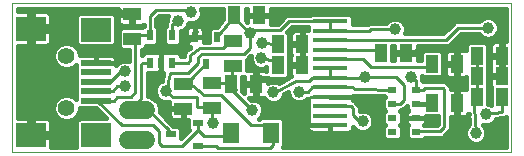
<source format=gbl>
G75*
G70*
%OFA0B0*%
%FSLAX24Y24*%
%IPPOS*%
%LPD*%
%AMOC8*
5,1,8,0,0,1.08239X$1,22.5*
%
%ADD10C,0.0000*%
%ADD11R,0.1181X0.0157*%
%ADD12R,0.0984X0.0787*%
%ADD13R,0.0984X0.0197*%
%ADD14C,0.0554*%
%ADD15R,0.0236X0.0354*%
%ADD16C,0.0600*%
%ADD17R,0.0433X0.0591*%
%ADD18R,0.0591X0.0433*%
%ADD19R,0.0354X0.0236*%
%ADD20R,0.0551X0.0709*%
%ADD21R,0.0315X0.0197*%
%ADD22C,0.0396*%
%ADD23C,0.0100*%
%ADD24C,0.0160*%
%ADD25C,0.0240*%
D10*
X000675Y001220D02*
X000675Y006190D01*
X017307Y006190D01*
X017307Y001220D01*
X000675Y001220D01*
D11*
X011269Y002125D03*
X011269Y002440D03*
X011269Y002755D03*
X011269Y003070D03*
X011269Y003385D03*
X011269Y003700D03*
X011269Y004015D03*
X011269Y004330D03*
X011269Y004645D03*
X011269Y004960D03*
X011269Y005275D03*
X011269Y005590D03*
D12*
X003460Y005302D03*
X001294Y005341D03*
X001294Y001798D03*
X003460Y001798D03*
D13*
X003460Y002940D03*
X003460Y003255D03*
X003460Y003570D03*
X003460Y003884D03*
X003460Y004199D03*
D14*
X002475Y004436D03*
X002475Y002703D03*
D15*
X005257Y004209D03*
X005631Y004209D03*
X006005Y004209D03*
X007121Y004169D03*
X006747Y005074D03*
X006005Y005114D03*
X005257Y005114D03*
X007495Y005074D03*
D16*
X005125Y002620D02*
X004525Y002620D01*
X004525Y001620D02*
X005125Y001620D01*
D17*
X007962Y003500D03*
X008789Y003500D03*
X009512Y004120D03*
X010339Y004120D03*
X010339Y004830D03*
X009512Y004830D03*
X008899Y005780D03*
X008072Y005780D03*
X012962Y004520D03*
X013789Y004520D03*
X014662Y004170D03*
X015489Y004170D03*
X016162Y004440D03*
X016989Y004440D03*
X016989Y003760D03*
X016162Y003760D03*
X016162Y003070D03*
X015489Y002870D03*
X014662Y002870D03*
X016989Y003070D03*
D18*
X008025Y004096D03*
X007325Y003533D03*
X006375Y003503D03*
X007325Y002706D03*
X006375Y002676D03*
X008025Y004923D03*
X004665Y005006D03*
X004665Y005833D03*
D19*
X006870Y002188D03*
X005965Y001814D03*
X006870Y001440D03*
D20*
X007956Y001870D03*
X009295Y001870D03*
D21*
X013341Y001895D03*
X013341Y002368D03*
X013341Y002840D03*
X013341Y003312D03*
X014128Y003312D03*
X014128Y002840D03*
X014128Y002368D03*
X014128Y001895D03*
D22*
X012345Y002250D03*
X011635Y001650D03*
X012305Y002930D03*
X012425Y003720D03*
X013975Y003730D03*
X015715Y004980D03*
X016525Y005370D03*
X015845Y005800D03*
X015165Y005770D03*
X013835Y005660D03*
X013425Y005320D03*
X010225Y003240D03*
X009375Y003220D03*
X008675Y002620D03*
X007375Y002190D03*
X005777Y003258D03*
X004425Y003420D03*
X004425Y003920D03*
X005595Y004700D03*
X006195Y005600D03*
X006625Y005880D03*
X007485Y005670D03*
X008605Y005190D03*
X008995Y004870D03*
X008975Y004370D03*
X009425Y005670D03*
X002525Y005370D03*
X002325Y001610D03*
X016115Y001870D03*
X016465Y002480D03*
D23*
X016979Y002556D01*
X016989Y003070D01*
X016162Y003070D02*
X016162Y003760D01*
X016162Y004440D01*
X015525Y005370D02*
X015125Y004970D01*
X012975Y004970D01*
X012965Y004960D01*
X011269Y004960D01*
X011274Y005270D02*
X011269Y005275D01*
X011269Y005590D01*
X009895Y005590D01*
X009605Y005300D01*
X008705Y005300D01*
X008605Y005190D01*
X008595Y004710D01*
X008395Y004510D01*
X007005Y004510D01*
X006845Y004400D01*
X006845Y004190D01*
X006525Y003870D01*
X005915Y003870D01*
X005855Y003570D01*
X005855Y003336D01*
X005777Y003258D01*
X006015Y003070D01*
X006815Y003070D01*
X006815Y002720D01*
X007312Y002720D01*
X007325Y002706D01*
X007325Y002290D01*
X007375Y002190D01*
X006875Y002183D02*
X006875Y001970D01*
X007075Y001770D01*
X007775Y001770D01*
X007875Y001870D01*
X007875Y001920D01*
X007956Y001870D01*
X008625Y002120D02*
X009145Y002120D01*
X009295Y001870D01*
X009375Y001889D01*
X009375Y001470D01*
X009275Y001370D01*
X007525Y001370D01*
X007465Y001430D01*
X006870Y001440D01*
X006875Y001970D02*
X006325Y001420D01*
X005675Y001420D01*
X005575Y001520D01*
X005575Y001920D01*
X005375Y002120D01*
X004325Y002120D01*
X003505Y002940D01*
X003460Y002940D01*
X004045Y002940D01*
X004175Y003070D01*
X004625Y003070D01*
X004775Y003220D01*
X004775Y004970D01*
X004739Y005006D01*
X004665Y005006D01*
X004775Y004970D02*
X004925Y005120D01*
X005212Y005120D01*
X005257Y005114D01*
X005257Y005761D01*
X005465Y005970D01*
X006465Y005970D01*
X006565Y005880D01*
X006625Y005880D01*
X006195Y005600D02*
X006005Y005479D01*
X006005Y005114D01*
X006315Y004710D02*
X006680Y005074D01*
X006747Y005074D01*
X006817Y005251D01*
X007495Y005074D02*
X008050Y005760D01*
X008072Y005780D01*
X008012Y005733D01*
X008605Y005190D01*
X008995Y004870D02*
X009512Y004830D01*
X009925Y004870D02*
X009925Y003820D01*
X009775Y003670D01*
X009145Y003670D01*
X009375Y003220D02*
X009425Y003220D01*
X010125Y003600D01*
X010565Y003600D01*
X010646Y003700D01*
X011269Y003700D01*
X012406Y003700D01*
X012425Y003720D01*
X013475Y003720D01*
X013725Y003470D01*
X013725Y002970D01*
X013596Y002840D01*
X013341Y002840D01*
X013341Y003312D02*
X012868Y003312D01*
X012775Y003320D01*
X012075Y003320D01*
X012010Y003385D01*
X011269Y003385D01*
X010671Y003385D01*
X010515Y003240D01*
X010225Y003240D01*
X010475Y002920D02*
X010626Y003070D01*
X011269Y003070D01*
X011269Y002755D02*
X011960Y002755D01*
X012035Y002680D01*
X012035Y002460D01*
X012235Y002260D01*
X012345Y002250D01*
X014128Y001895D02*
X014153Y001920D01*
X014925Y001920D01*
X015075Y002070D01*
X015075Y003320D01*
X015025Y003370D01*
X014425Y003370D01*
X014368Y003312D01*
X014128Y003312D01*
X014128Y003616D01*
X013975Y003730D01*
X014525Y004070D02*
X014675Y004220D01*
X014675Y004206D01*
X014662Y004170D01*
X014525Y004070D02*
X012625Y004070D01*
X012365Y004330D01*
X011269Y004330D01*
X011269Y004645D02*
X012760Y004645D01*
X012885Y004520D01*
X012962Y004520D01*
X013789Y004520D02*
X014025Y004520D01*
X014175Y004670D01*
X014675Y004670D01*
X015525Y005370D02*
X016525Y005370D01*
X013425Y005320D02*
X012635Y005320D01*
X012565Y005270D01*
X011274Y005270D01*
X010339Y004830D02*
X009925Y004870D01*
X009412Y004270D02*
X008975Y004370D01*
X009412Y004270D02*
X009512Y004120D01*
X010325Y004220D02*
X010339Y004233D01*
X011269Y004015D02*
X011269Y003700D01*
X008675Y002620D02*
X007989Y003306D01*
X008112Y003306D01*
X008125Y003320D01*
X007989Y003306D02*
X007975Y003306D01*
X007962Y003500D01*
X007749Y003533D01*
X007325Y003533D01*
X007055Y003120D02*
X006702Y003433D01*
X006582Y003460D01*
X006625Y003504D01*
X006625Y003670D01*
X007175Y004220D01*
X007145Y004193D01*
X007121Y004169D01*
X006605Y004290D02*
X006605Y004460D01*
X006925Y004700D01*
X007705Y004700D01*
X007929Y004923D01*
X008025Y004923D01*
X008025Y004096D02*
X007925Y003433D01*
X007962Y003500D01*
X007975Y003383D01*
X007625Y003120D02*
X008625Y002120D01*
X006875Y002183D02*
X006870Y002188D01*
X006775Y002173D01*
X005965Y001814D02*
X005865Y001980D01*
X005275Y002570D01*
X005025Y002570D01*
X004825Y002620D01*
X004825Y002870D01*
X004975Y003020D01*
X004975Y004170D01*
X005015Y004209D01*
X005257Y004209D01*
X005595Y004205D02*
X005595Y003950D01*
X005315Y003670D01*
X005315Y003150D01*
X005789Y002676D01*
X006375Y002676D01*
X007055Y003120D02*
X007625Y003120D01*
X006582Y003460D02*
X006375Y003503D01*
X006525Y004209D02*
X006005Y004209D01*
X005631Y004209D02*
X005595Y004205D01*
X005631Y004209D02*
X005591Y004635D01*
X005625Y004670D01*
X006525Y004209D02*
X006605Y004290D01*
X004425Y003920D02*
X004375Y003870D01*
X004225Y003870D01*
X003925Y003570D01*
X003460Y003570D01*
X003460Y003255D02*
X004010Y003255D01*
X004175Y003420D01*
X004425Y003420D01*
X016015Y002900D02*
X016025Y003156D01*
X016162Y003070D01*
X016015Y002900D02*
X016075Y002720D01*
X016115Y001870D01*
D24*
X015787Y002012D02*
X015285Y002012D01*
X015285Y001983D02*
X015285Y002156D01*
X015285Y002394D01*
X015460Y002394D01*
X015460Y002841D01*
X015517Y002841D01*
X015517Y002394D01*
X015729Y002394D01*
X015775Y002407D01*
X015816Y002430D01*
X015849Y002464D01*
X015873Y002505D01*
X015875Y002512D01*
X015892Y002152D01*
X015812Y002072D01*
X015757Y001941D01*
X015757Y001798D01*
X015812Y001667D01*
X015912Y001566D01*
X016044Y001511D01*
X016186Y001511D01*
X016318Y001566D01*
X016419Y001667D01*
X016473Y001798D01*
X016473Y001941D01*
X016419Y002072D01*
X016353Y002139D01*
X016394Y002121D01*
X016536Y002121D01*
X016668Y002176D01*
X016769Y002277D01*
X016785Y002315D01*
X016992Y002346D01*
X017062Y002344D01*
X017076Y002358D01*
X017096Y002361D01*
X017127Y002404D01*
X017127Y001399D01*
X009681Y001399D01*
X009730Y001449D01*
X009730Y002290D01*
X009636Y002384D01*
X008953Y002384D01*
X008898Y002329D01*
X008892Y002329D01*
X008979Y002417D01*
X009033Y002548D01*
X009033Y002691D01*
X008979Y002822D01*
X008878Y002923D01*
X008746Y002978D01*
X008614Y002978D01*
X008567Y003024D01*
X008760Y003024D01*
X008760Y003471D01*
X008392Y003471D01*
X008392Y003200D01*
X008338Y003253D01*
X008338Y003720D01*
X008387Y003720D01*
X008392Y003725D01*
X008392Y003528D01*
X008760Y003528D01*
X008760Y003471D01*
X008817Y003471D01*
X008817Y003024D01*
X009029Y003024D01*
X009065Y003034D01*
X009072Y003017D01*
X009172Y002916D01*
X009304Y002861D01*
X009446Y002861D01*
X009578Y002916D01*
X009679Y003017D01*
X009733Y003148D01*
X009867Y003220D01*
X009867Y003168D01*
X009922Y003037D01*
X010022Y002936D01*
X010154Y002881D01*
X010296Y002881D01*
X010428Y002936D01*
X010498Y003006D01*
X010498Y002967D01*
X010511Y002922D01*
X010521Y002903D01*
X010518Y002900D01*
X010518Y002610D01*
X010531Y002597D01*
X010518Y002585D01*
X010518Y002295D01*
X010521Y002292D01*
X010511Y002273D01*
X010498Y002227D01*
X010498Y002125D01*
X010498Y002023D01*
X010511Y001977D01*
X010534Y001936D01*
X010568Y001902D01*
X010609Y001879D01*
X010655Y001866D01*
X011269Y001866D01*
X011883Y001866D01*
X011929Y001879D01*
X011970Y001902D01*
X012004Y001936D01*
X012027Y001977D01*
X012039Y002023D01*
X012039Y002052D01*
X012042Y002047D01*
X012142Y001946D01*
X012274Y001891D01*
X012416Y001891D01*
X012548Y001946D01*
X012649Y002047D01*
X012703Y002178D01*
X012703Y002321D01*
X012649Y002452D01*
X012548Y002553D01*
X012416Y002608D01*
X012274Y002608D01*
X012245Y002596D01*
X012245Y002766D01*
X012170Y002842D01*
X012047Y002965D01*
X012039Y002965D01*
X012039Y002967D01*
X012039Y003070D01*
X012039Y003110D01*
X012162Y003110D01*
X012767Y003110D01*
X012775Y003109D01*
X012781Y003102D01*
X012860Y003102D01*
X012939Y003096D01*
X012946Y003102D01*
X013069Y003102D01*
X013095Y003076D01*
X013024Y003005D01*
X013024Y002675D01*
X013095Y002604D01*
X013024Y002532D01*
X013024Y002203D01*
X013095Y002131D01*
X013024Y002060D01*
X013024Y001730D01*
X013117Y001637D01*
X013565Y001637D01*
X013658Y001730D01*
X013658Y002060D01*
X013587Y002131D01*
X013658Y002203D01*
X013658Y002532D01*
X013587Y002604D01*
X013613Y002630D01*
X013683Y002630D01*
X013811Y002758D01*
X013811Y002675D01*
X013870Y002616D01*
X013860Y002610D01*
X013827Y002576D01*
X013803Y002535D01*
X013791Y002490D01*
X013791Y002368D01*
X014128Y002368D01*
X014128Y002367D01*
X013791Y002367D01*
X013791Y002245D01*
X013803Y002200D01*
X013827Y002159D01*
X013860Y002125D01*
X013870Y002119D01*
X013811Y002060D01*
X013811Y001730D01*
X013905Y001637D01*
X014352Y001637D01*
X014425Y001710D01*
X015012Y001710D01*
X015135Y001833D01*
X015285Y001983D01*
X015285Y002171D02*
X015891Y002171D01*
X015883Y002329D02*
X015285Y002329D01*
X015460Y002488D02*
X015517Y002488D01*
X015517Y002646D02*
X015460Y002646D01*
X015460Y002805D02*
X015517Y002805D01*
X015517Y002898D02*
X015460Y002898D01*
X015460Y003345D01*
X015285Y003345D01*
X015285Y003406D01*
X015162Y003529D01*
X015112Y003579D01*
X014938Y003579D01*
X014346Y003579D01*
X014338Y003632D01*
X014338Y003703D01*
X014333Y003708D01*
X014333Y003760D01*
X014379Y003714D01*
X014945Y003714D01*
X015038Y003808D01*
X015038Y004531D01*
X014945Y004625D01*
X014379Y004625D01*
X014285Y004531D01*
X014285Y004279D01*
X014185Y004279D01*
X014185Y004491D01*
X013817Y004491D01*
X013817Y004548D01*
X014185Y004548D01*
X014185Y004760D01*
X015038Y004760D01*
X015212Y004760D01*
X015612Y005160D01*
X016229Y005160D01*
X016322Y005066D01*
X016454Y005011D01*
X016596Y005011D01*
X016728Y005066D01*
X016829Y005167D01*
X016883Y005298D01*
X016883Y005441D01*
X016829Y005572D01*
X016728Y005673D01*
X016596Y005728D01*
X016454Y005728D01*
X016322Y005673D01*
X016229Y005579D01*
X015438Y005579D01*
X015315Y005456D01*
X015038Y005179D01*
X013755Y005179D01*
X013783Y005248D01*
X013783Y005391D01*
X013729Y005522D01*
X013628Y005623D01*
X013496Y005678D01*
X013354Y005678D01*
X013222Y005623D01*
X013129Y005529D01*
X012653Y005529D01*
X012584Y005541D01*
X012568Y005529D01*
X012548Y005529D01*
X012499Y005480D01*
X012498Y005479D01*
X012019Y005479D01*
X012019Y005735D01*
X011926Y005828D01*
X010612Y005828D01*
X010583Y005800D01*
X009982Y005800D01*
X009808Y005800D01*
X009518Y005509D01*
X009295Y005509D01*
X009295Y005751D01*
X008927Y005751D01*
X008927Y005808D01*
X009295Y005808D01*
X009295Y006010D01*
X017127Y006010D01*
X017127Y004915D01*
X017017Y004915D01*
X017017Y004468D01*
X016960Y004468D01*
X016960Y004411D01*
X016592Y004411D01*
X016592Y004121D01*
X016598Y004099D01*
X016592Y004079D01*
X016592Y003788D01*
X016960Y003788D01*
X016960Y003731D01*
X016592Y003731D01*
X016592Y003441D01*
X016604Y003395D01*
X016612Y003381D01*
X016612Y002806D01*
X016538Y002837D01*
X016538Y003431D01*
X016538Y004078D01*
X016538Y004801D01*
X016445Y004895D01*
X015879Y004895D01*
X015785Y004801D01*
X015785Y004626D01*
X015775Y004632D01*
X015729Y004645D01*
X015517Y004645D01*
X015517Y004198D01*
X015460Y004198D01*
X015460Y004141D01*
X015092Y004141D01*
X015092Y003851D01*
X015104Y003805D01*
X015128Y003764D01*
X015162Y003730D01*
X015203Y003707D01*
X015248Y003694D01*
X015460Y003694D01*
X015460Y004141D01*
X015517Y004141D01*
X015517Y003694D01*
X015729Y003694D01*
X015775Y003707D01*
X015785Y003713D01*
X015785Y003431D01*
X015785Y003326D01*
X015775Y003332D01*
X015729Y003345D01*
X015517Y003345D01*
X015517Y002898D01*
X015517Y002964D02*
X015460Y002964D01*
X015460Y003122D02*
X015517Y003122D01*
X015517Y003281D02*
X015460Y003281D01*
X015253Y003439D02*
X015785Y003439D01*
X015785Y003598D02*
X014344Y003598D01*
X014333Y003756D02*
X014337Y003756D01*
X014987Y003756D02*
X015136Y003756D01*
X015092Y003915D02*
X015038Y003915D01*
X015038Y004073D02*
X015092Y004073D01*
X015092Y004198D02*
X015460Y004198D01*
X015460Y004645D01*
X015248Y004645D01*
X015203Y004632D01*
X015162Y004609D01*
X015128Y004575D01*
X015104Y004534D01*
X015092Y004489D01*
X015092Y004198D01*
X015092Y004232D02*
X015038Y004232D01*
X015038Y004390D02*
X015092Y004390D01*
X015113Y004549D02*
X015021Y004549D01*
X015319Y004866D02*
X015850Y004866D01*
X015785Y004707D02*
X014185Y004707D01*
X014185Y004549D02*
X014303Y004549D01*
X014285Y004390D02*
X014185Y004390D01*
X013760Y004491D02*
X013392Y004491D01*
X013392Y004279D01*
X013338Y004279D01*
X013338Y004760D01*
X013392Y004760D01*
X013392Y004548D01*
X013760Y004548D01*
X013760Y004491D01*
X013392Y004549D02*
X013338Y004549D01*
X013338Y004390D02*
X013392Y004390D01*
X013392Y004707D02*
X013338Y004707D01*
X013756Y005183D02*
X015042Y005183D01*
X015200Y005342D02*
X013783Y005342D01*
X013738Y005500D02*
X015359Y005500D01*
X015477Y005025D02*
X016422Y005025D01*
X016628Y005025D02*
X017127Y005025D01*
X016960Y004915D02*
X016748Y004915D01*
X016703Y004902D01*
X016662Y004879D01*
X016628Y004845D01*
X016604Y004804D01*
X016592Y004759D01*
X016592Y004468D01*
X016960Y004468D01*
X016960Y004915D01*
X016960Y004866D02*
X017017Y004866D01*
X017017Y004707D02*
X016960Y004707D01*
X016649Y004866D02*
X016473Y004866D01*
X016538Y004707D02*
X016592Y004707D01*
X016592Y004549D02*
X016538Y004549D01*
X016538Y004390D02*
X016592Y004390D01*
X016960Y004390D02*
X017017Y004390D01*
X017017Y004411D02*
X017017Y003964D01*
X017017Y003788D01*
X016960Y003788D01*
X016960Y003964D01*
X016960Y004411D01*
X017017Y004411D01*
X017017Y004549D02*
X016960Y004549D01*
X016960Y004232D02*
X017017Y004232D01*
X017017Y004073D02*
X016960Y004073D01*
X016592Y004073D02*
X016538Y004073D01*
X016538Y004232D02*
X016592Y004232D01*
X016592Y003915D02*
X016538Y003915D01*
X016538Y003756D02*
X016960Y003756D01*
X016960Y003915D02*
X017017Y003915D01*
X016592Y003598D02*
X016538Y003598D01*
X016538Y003439D02*
X016592Y003439D01*
X016612Y003281D02*
X016538Y003281D01*
X016538Y003122D02*
X016612Y003122D01*
X016612Y002964D02*
X016538Y002964D01*
X015876Y002488D02*
X015863Y002488D01*
X016656Y002171D02*
X017127Y002171D01*
X017127Y002012D02*
X016444Y002012D01*
X016473Y001854D02*
X017127Y001854D01*
X017127Y001695D02*
X016431Y001695D01*
X016247Y001537D02*
X017127Y001537D01*
X015983Y001537D02*
X009730Y001537D01*
X009730Y001695D02*
X013059Y001695D01*
X013024Y001854D02*
X009730Y001854D01*
X009730Y002012D02*
X010501Y002012D01*
X010498Y002125D02*
X011269Y002125D01*
X011269Y001866D01*
X011269Y002125D01*
X011269Y002125D01*
X011269Y002125D01*
X010498Y002125D01*
X010498Y002171D02*
X009730Y002171D01*
X009691Y002329D02*
X010518Y002329D01*
X010518Y002488D02*
X009008Y002488D01*
X009033Y002646D02*
X010518Y002646D01*
X010518Y002805D02*
X008986Y002805D01*
X009125Y002964D02*
X008781Y002964D01*
X008760Y003122D02*
X008817Y003122D01*
X008817Y003281D02*
X008760Y003281D01*
X008392Y003281D02*
X008338Y003281D01*
X008338Y003439D02*
X008392Y003439D01*
X008392Y003598D02*
X008338Y003598D01*
X008760Y003598D02*
X008817Y003598D01*
X008817Y003528D02*
X008760Y003528D01*
X008760Y003975D01*
X008548Y003975D01*
X008503Y003962D01*
X008481Y003950D01*
X008481Y004300D01*
X008482Y004300D01*
X008605Y004423D01*
X008617Y004434D01*
X008617Y004298D01*
X008672Y004167D01*
X008772Y004066D01*
X008904Y004011D01*
X009046Y004011D01*
X009135Y004048D01*
X009135Y003919D01*
X009116Y003939D01*
X009075Y003962D01*
X009029Y003975D01*
X008817Y003975D01*
X008817Y003528D01*
X008817Y003439D02*
X008760Y003439D01*
X008760Y003756D02*
X008817Y003756D01*
X008817Y003915D02*
X008760Y003915D01*
X008765Y004073D02*
X008481Y004073D01*
X008481Y004232D02*
X008645Y004232D01*
X008617Y004390D02*
X008573Y004390D01*
X008605Y004423D02*
X008605Y004423D01*
X009888Y004390D02*
X009942Y004390D01*
X009942Y004439D02*
X009942Y004148D01*
X010310Y004148D01*
X010310Y004091D01*
X009942Y004091D01*
X009942Y003801D01*
X009954Y003755D01*
X009958Y003748D01*
X009559Y003531D01*
X009446Y003578D01*
X009304Y003578D01*
X009185Y003528D01*
X009185Y003708D01*
X009229Y003664D01*
X009795Y003664D01*
X009888Y003758D01*
X009888Y004481D01*
X009888Y005191D01*
X009841Y005238D01*
X009982Y005380D01*
X010518Y005380D01*
X010518Y005305D01*
X010367Y005305D01*
X010367Y004858D01*
X010310Y004858D01*
X010310Y004801D01*
X009942Y004801D01*
X009942Y004511D01*
X009952Y004475D01*
X009942Y004439D01*
X009942Y004549D02*
X009888Y004549D01*
X009888Y004707D02*
X009942Y004707D01*
X009942Y004858D02*
X010310Y004858D01*
X010310Y005305D01*
X010098Y005305D01*
X010053Y005292D01*
X010012Y005269D01*
X009978Y005235D01*
X009954Y005194D01*
X009942Y005149D01*
X009942Y004858D01*
X009942Y004866D02*
X009888Y004866D01*
X009888Y005025D02*
X009942Y005025D01*
X009951Y005183D02*
X009888Y005183D01*
X009944Y005342D02*
X010518Y005342D01*
X010367Y005183D02*
X010310Y005183D01*
X010310Y005025D02*
X010367Y005025D01*
X010367Y004866D02*
X010310Y004866D01*
X010310Y004801D02*
X010367Y004801D01*
X010367Y004595D01*
X010367Y004148D01*
X010310Y004148D01*
X010310Y004595D01*
X010310Y004801D01*
X010310Y004707D02*
X010367Y004707D01*
X010367Y004549D02*
X010310Y004549D01*
X010310Y004390D02*
X010367Y004390D01*
X010367Y004232D02*
X010310Y004232D01*
X009942Y004232D02*
X009888Y004232D01*
X009888Y004073D02*
X009942Y004073D01*
X009942Y003915D02*
X009888Y003915D01*
X009887Y003756D02*
X009954Y003756D01*
X009682Y003598D02*
X009185Y003598D01*
X009722Y003122D02*
X009886Y003122D01*
X009995Y002964D02*
X009626Y002964D01*
X010456Y002964D02*
X010499Y002964D01*
X011269Y003070D02*
X011269Y003070D01*
X012039Y003070D01*
X011269Y003070D01*
X012048Y002964D02*
X013024Y002964D01*
X013024Y002805D02*
X012207Y002805D01*
X012170Y002842D02*
X012170Y002842D01*
X012245Y002646D02*
X013052Y002646D01*
X013024Y002488D02*
X012613Y002488D01*
X012700Y002329D02*
X013024Y002329D01*
X013056Y002171D02*
X012700Y002171D01*
X012614Y002012D02*
X013024Y002012D01*
X013626Y002171D02*
X013820Y002171D01*
X013811Y002012D02*
X013658Y002012D01*
X013658Y001854D02*
X013811Y001854D01*
X013846Y001695D02*
X013623Y001695D01*
X014411Y001695D02*
X015800Y001695D01*
X015757Y001854D02*
X015156Y001854D01*
X014865Y002156D02*
X014838Y002129D01*
X014401Y002129D01*
X014430Y002159D01*
X014454Y002200D01*
X014466Y002245D01*
X014466Y002367D01*
X014129Y002367D01*
X014129Y002368D01*
X014466Y002368D01*
X014466Y002414D01*
X014865Y002414D01*
X014865Y002156D01*
X014865Y002171D02*
X014437Y002171D01*
X014466Y002329D02*
X014865Y002329D01*
X014662Y002840D02*
X014128Y002840D01*
X013840Y002646D02*
X013699Y002646D01*
X013658Y002488D02*
X013791Y002488D01*
X013791Y002329D02*
X013658Y002329D01*
X014662Y002840D02*
X014662Y002870D01*
X015460Y003756D02*
X015517Y003756D01*
X015517Y003915D02*
X015460Y003915D01*
X015460Y004073D02*
X015517Y004073D01*
X015517Y004232D02*
X015460Y004232D01*
X015460Y004390D02*
X015517Y004390D01*
X015517Y004549D02*
X015460Y004549D01*
X016836Y005183D02*
X017127Y005183D01*
X017127Y005342D02*
X016883Y005342D01*
X016859Y005500D02*
X017127Y005500D01*
X017127Y005659D02*
X016742Y005659D01*
X017127Y005817D02*
X011937Y005817D01*
X012019Y005659D02*
X013309Y005659D01*
X013542Y005659D02*
X016308Y005659D01*
X017127Y005976D02*
X009295Y005976D01*
X009295Y005817D02*
X010601Y005817D01*
X009668Y005659D02*
X009295Y005659D01*
X008870Y005751D02*
X008870Y005808D01*
X008502Y005808D01*
X008502Y006010D01*
X008448Y006010D01*
X008448Y005618D01*
X008502Y005569D01*
X008502Y005751D01*
X008870Y005751D01*
X008502Y005817D02*
X008448Y005817D01*
X008448Y005976D02*
X008502Y005976D01*
X008502Y005659D02*
X008448Y005659D01*
X007695Y005655D02*
X007695Y006010D01*
X006959Y006010D01*
X006983Y005951D01*
X006983Y005808D01*
X006929Y005677D01*
X006828Y005576D01*
X006696Y005521D01*
X006554Y005521D01*
X006551Y005523D01*
X006499Y005397D01*
X006398Y005296D01*
X006283Y005248D01*
X006283Y004871D01*
X006189Y004777D01*
X005821Y004777D01*
X005727Y004871D01*
X005727Y005358D01*
X005792Y005423D01*
X005781Y005441D01*
X005795Y005503D01*
X005795Y005566D01*
X005814Y005585D01*
X005819Y005610D01*
X005837Y005622D01*
X005837Y005671D01*
X005874Y005760D01*
X005552Y005760D01*
X005467Y005674D01*
X005467Y005426D01*
X005535Y005358D01*
X005535Y004871D01*
X005441Y004777D01*
X005121Y004777D01*
X005121Y004723D01*
X005027Y004630D01*
X004985Y004630D01*
X004985Y004459D01*
X005073Y004546D01*
X005430Y004546D01*
X005443Y004554D01*
X005489Y004566D01*
X005631Y004566D01*
X005631Y004209D01*
X005631Y004209D01*
X005631Y004566D01*
X005773Y004566D01*
X005819Y004554D01*
X005832Y004546D01*
X006189Y004546D01*
X006283Y004452D01*
X006283Y004419D01*
X006387Y004419D01*
X006395Y004474D01*
X006395Y004546D01*
X006407Y004559D01*
X006410Y004575D01*
X006467Y004619D01*
X006518Y004669D01*
X006535Y004669D01*
X006601Y004719D01*
X006559Y004730D01*
X006518Y004753D01*
X006485Y004787D01*
X006461Y004828D01*
X006449Y004874D01*
X006449Y005074D01*
X006747Y005074D01*
X006747Y005075D01*
X006747Y005075D01*
X006747Y005432D01*
X006889Y005432D01*
X006935Y005419D01*
X006976Y005396D01*
X007009Y005362D01*
X007033Y005321D01*
X007045Y005275D01*
X007045Y005075D01*
X006747Y005075D01*
X006747Y005432D01*
X006605Y005432D01*
X006559Y005419D01*
X006518Y005396D01*
X006485Y005362D01*
X006461Y005321D01*
X006449Y005275D01*
X006449Y005075D01*
X006747Y005075D01*
X006747Y005074D01*
X007045Y005074D01*
X007045Y004909D01*
X007217Y004909D01*
X007217Y005318D01*
X007311Y005412D01*
X007498Y005412D01*
X007695Y005655D01*
X007695Y005659D02*
X006911Y005659D01*
X006983Y005817D02*
X007695Y005817D01*
X007695Y005976D02*
X006973Y005976D01*
X006542Y005500D02*
X007570Y005500D01*
X007241Y005342D02*
X007021Y005342D01*
X007045Y005183D02*
X007217Y005183D01*
X007217Y005025D02*
X007045Y005025D01*
X006747Y005183D02*
X006747Y005183D01*
X006747Y005342D02*
X006747Y005342D01*
X006473Y005342D02*
X006444Y005342D01*
X006449Y005183D02*
X006283Y005183D01*
X006283Y005025D02*
X006449Y005025D01*
X006451Y004866D02*
X006278Y004866D01*
X006586Y004707D02*
X005105Y004707D01*
X004985Y004549D02*
X005435Y004549D01*
X005631Y004549D02*
X005631Y004549D01*
X005631Y004390D02*
X005631Y004390D01*
X005827Y004549D02*
X006398Y004549D01*
X005732Y004866D02*
X005530Y004866D01*
X005535Y005025D02*
X005727Y005025D01*
X005727Y005183D02*
X005535Y005183D01*
X005535Y005342D02*
X005727Y005342D01*
X005795Y005500D02*
X005467Y005500D01*
X005467Y005659D02*
X005837Y005659D01*
X005047Y005459D02*
X005047Y005426D01*
X005004Y005383D01*
X004304Y005383D01*
X004210Y005289D01*
X004210Y004723D01*
X004304Y004630D01*
X004565Y004630D01*
X004565Y004249D01*
X004496Y004278D01*
X004354Y004278D01*
X004222Y004223D01*
X004132Y004132D01*
X004132Y004199D01*
X003460Y004199D01*
X003460Y004200D01*
X003459Y004200D01*
X003459Y004478D01*
X002944Y004478D01*
X002912Y004469D01*
X002912Y004523D01*
X002846Y004683D01*
X002723Y004806D01*
X002562Y004873D01*
X002388Y004873D01*
X002228Y004806D01*
X002105Y004683D01*
X002038Y004523D01*
X002038Y004349D01*
X002105Y004188D01*
X002228Y004065D01*
X002388Y003999D01*
X002562Y003999D01*
X002723Y004065D01*
X002787Y004130D01*
X002787Y004077D01*
X002800Y004032D01*
X002807Y004018D01*
X002807Y003734D01*
X002807Y003405D01*
X002807Y003104D01*
X002807Y002989D01*
X002723Y003074D01*
X002562Y003141D01*
X002388Y003141D01*
X002228Y003074D01*
X002105Y002951D01*
X002038Y002790D01*
X002038Y002616D01*
X002105Y002456D01*
X002228Y002333D01*
X002388Y002266D01*
X002562Y002266D01*
X002723Y002333D01*
X002846Y002456D01*
X002912Y002616D01*
X002912Y002681D01*
X003467Y002681D01*
X003796Y002352D01*
X002901Y002352D01*
X002807Y002258D01*
X002807Y001399D01*
X001966Y001399D01*
X001966Y001718D01*
X001374Y001718D01*
X001374Y001878D01*
X001214Y001878D01*
X001214Y002372D01*
X000855Y002372D01*
X000855Y004767D01*
X001214Y004767D01*
X001214Y005261D01*
X001374Y005261D01*
X001374Y004767D01*
X001810Y004767D01*
X001856Y004780D01*
X001897Y004803D01*
X001930Y004837D01*
X001954Y004878D01*
X001966Y004924D01*
X001966Y005261D01*
X001374Y005261D01*
X001374Y005421D01*
X001966Y005421D01*
X001966Y005759D01*
X001954Y005804D01*
X001930Y005845D01*
X001897Y005879D01*
X001856Y005903D01*
X001810Y005915D01*
X001374Y005915D01*
X001374Y005421D01*
X001214Y005421D01*
X001214Y005915D01*
X000855Y005915D01*
X000855Y006010D01*
X004190Y006010D01*
X004190Y005861D01*
X004637Y005861D01*
X004637Y005805D01*
X004190Y005805D01*
X004190Y005593D01*
X004202Y005547D01*
X004226Y005506D01*
X004259Y005472D01*
X004301Y005449D01*
X004346Y005436D01*
X004637Y005436D01*
X004637Y005804D01*
X004694Y005804D01*
X004694Y005436D01*
X004984Y005436D01*
X005030Y005449D01*
X005047Y005459D01*
X004694Y005500D02*
X004637Y005500D01*
X004637Y005659D02*
X004694Y005659D01*
X004637Y005817D02*
X004056Y005817D01*
X004018Y005855D02*
X002901Y005855D01*
X002807Y005762D01*
X002807Y004842D01*
X002901Y004748D01*
X004018Y004748D01*
X004112Y004842D01*
X004112Y005762D01*
X004018Y005855D01*
X003955Y005960D02*
X004215Y005960D01*
X004342Y005833D01*
X004665Y005833D01*
X004190Y005976D02*
X000855Y005976D01*
X001214Y005817D02*
X001374Y005817D01*
X001374Y005659D02*
X001214Y005659D01*
X001214Y005500D02*
X001374Y005500D01*
X001374Y005342D02*
X002807Y005342D01*
X002807Y005183D02*
X001966Y005183D01*
X001966Y005025D02*
X002807Y005025D01*
X002807Y004866D02*
X002579Y004866D01*
X002372Y004866D02*
X001947Y004866D01*
X002129Y004707D02*
X000855Y004707D01*
X000855Y004549D02*
X002049Y004549D01*
X002038Y004390D02*
X000855Y004390D01*
X000855Y004232D02*
X002086Y004232D01*
X002219Y004073D02*
X000855Y004073D01*
X000855Y003915D02*
X002807Y003915D01*
X002807Y003756D02*
X000855Y003756D01*
X000855Y003598D02*
X002807Y003598D01*
X002807Y003439D02*
X000855Y003439D01*
X000855Y003281D02*
X002807Y003281D01*
X002807Y003122D02*
X002607Y003122D01*
X002344Y003122D02*
X000855Y003122D01*
X000855Y002964D02*
X002117Y002964D01*
X002044Y002805D02*
X000855Y002805D01*
X000855Y002646D02*
X002038Y002646D01*
X002091Y002488D02*
X000855Y002488D01*
X001214Y002329D02*
X001374Y002329D01*
X001374Y002372D02*
X001374Y001878D01*
X001966Y001878D01*
X001966Y002215D01*
X001954Y002261D01*
X001930Y002302D01*
X001897Y002336D01*
X001856Y002359D01*
X001810Y002372D01*
X001374Y002372D01*
X001374Y002171D02*
X001214Y002171D01*
X001214Y002012D02*
X001374Y002012D01*
X001374Y001854D02*
X002807Y001854D01*
X002807Y001695D02*
X001966Y001695D01*
X001966Y001537D02*
X002807Y001537D01*
X002807Y002012D02*
X001966Y002012D01*
X001966Y002171D02*
X002807Y002171D01*
X002879Y002329D02*
X002715Y002329D01*
X002859Y002488D02*
X003660Y002488D01*
X003501Y002646D02*
X002912Y002646D01*
X002236Y002329D02*
X001903Y002329D01*
X002731Y004073D02*
X002788Y004073D01*
X002902Y004549D02*
X004565Y004549D01*
X004565Y004390D02*
X004106Y004390D01*
X004096Y004408D02*
X004062Y004442D01*
X004021Y004466D01*
X003975Y004478D01*
X003460Y004478D01*
X003460Y004200D01*
X004132Y004200D01*
X004132Y004322D01*
X004119Y004367D01*
X004096Y004408D01*
X004132Y004232D02*
X004244Y004232D01*
X003460Y004232D02*
X003459Y004232D01*
X003459Y004390D02*
X003460Y004390D01*
X002822Y004707D02*
X004226Y004707D01*
X004210Y004866D02*
X004112Y004866D01*
X004112Y005025D02*
X004210Y005025D01*
X004210Y005183D02*
X004112Y005183D01*
X004112Y005342D02*
X004263Y005342D01*
X004232Y005500D02*
X004112Y005500D01*
X004112Y005659D02*
X004190Y005659D01*
X002863Y005817D02*
X001947Y005817D01*
X001966Y005659D02*
X002807Y005659D01*
X002807Y005500D02*
X001966Y005500D01*
X001374Y005183D02*
X001214Y005183D01*
X001214Y005025D02*
X001374Y005025D01*
X001374Y004866D02*
X001214Y004866D01*
X005185Y003872D02*
X005185Y003106D01*
X005185Y003079D01*
X005217Y003079D01*
X005386Y003009D01*
X005515Y002880D01*
X005585Y002711D01*
X005585Y002556D01*
X005972Y002170D01*
X006000Y002163D01*
X006031Y002110D01*
X006050Y002092D01*
X006208Y002092D01*
X006302Y001998D01*
X006302Y001693D01*
X006573Y001964D01*
X006533Y002003D01*
X006533Y002280D01*
X006404Y002280D01*
X006404Y002648D01*
X006347Y002648D01*
X005900Y002648D01*
X005900Y002436D01*
X005912Y002390D01*
X005936Y002349D01*
X005969Y002316D01*
X006011Y002292D01*
X006056Y002280D01*
X006347Y002280D01*
X006347Y002648D01*
X006347Y002704D01*
X005900Y002704D01*
X005900Y002888D01*
X005876Y002911D01*
X005848Y002900D01*
X005706Y002900D01*
X005574Y002954D01*
X005474Y003055D01*
X005419Y003186D01*
X005419Y003329D01*
X005474Y003461D01*
X005574Y003561D01*
X005645Y003591D01*
X005645Y003656D01*
X005662Y003673D01*
X005698Y003852D01*
X005631Y003852D01*
X005631Y004208D01*
X005631Y004208D01*
X005631Y003852D01*
X005489Y003852D01*
X005443Y003864D01*
X005430Y003872D01*
X005185Y003872D01*
X005185Y003756D02*
X005679Y003756D01*
X005631Y003915D02*
X005631Y003915D01*
X005631Y004073D02*
X005631Y004073D01*
X005631Y004232D02*
X005631Y004232D01*
X005645Y003598D02*
X005185Y003598D01*
X005185Y003439D02*
X005465Y003439D01*
X005419Y003281D02*
X005185Y003281D01*
X005185Y003122D02*
X005446Y003122D01*
X005432Y002964D02*
X005565Y002964D01*
X005546Y002805D02*
X005900Y002805D01*
X005900Y002646D02*
X005585Y002646D01*
X005654Y002488D02*
X005900Y002488D01*
X005956Y002329D02*
X005812Y002329D01*
X005971Y002171D02*
X006533Y002171D01*
X006533Y002012D02*
X006288Y002012D01*
X006302Y001854D02*
X006463Y001854D01*
X006304Y001695D02*
X006302Y001695D01*
X006347Y002329D02*
X006404Y002329D01*
X006404Y002488D02*
X006347Y002488D01*
X006347Y002646D02*
X006404Y002646D01*
X011269Y002012D02*
X011269Y002012D01*
X012037Y002012D02*
X012076Y002012D01*
X016882Y002329D02*
X017127Y002329D01*
X012519Y005500D02*
X012019Y005500D01*
D25*
X009145Y003670D02*
X008959Y003670D01*
X008789Y003500D01*
M02*

</source>
